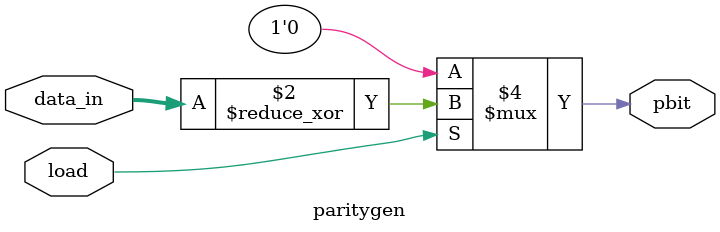
<source format=v>
`timescale 1ns / 1ps


module paritygen(pbit,load,data_in);
    input load;
    input [7:0]data_in;
    output reg pbit;
    
    always @(*)begin
        if(load) pbit = ^data_in;
        else pbit = 1'b0;
    end
endmodule

</source>
